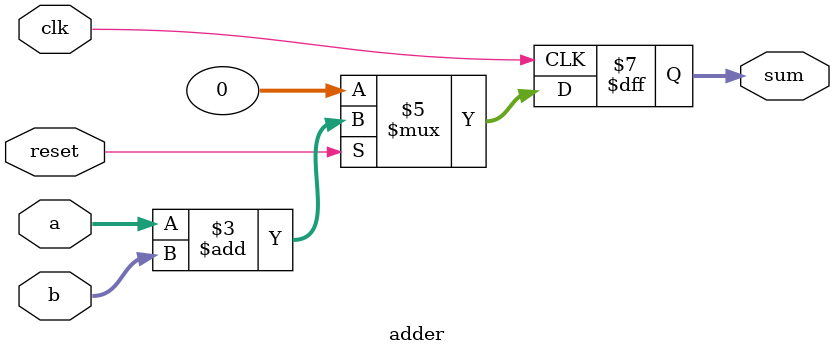
<source format=v>
`timescale 1ns / 1ps


module adder #(parameter WIDTH=32) ( a , b , reset, clk, sum);
    
   
    
  input wire [WIDTH-1:0] a,b;
  input wire clk,reset;
  output reg [WIDTH-1:0] sum;

   
   always @(posedge clk) begin
       if (!reset)begin
        sum <= 0;
       end 
       else begin
        sum <= a+b;      
       end
   end
endmodule

</source>
